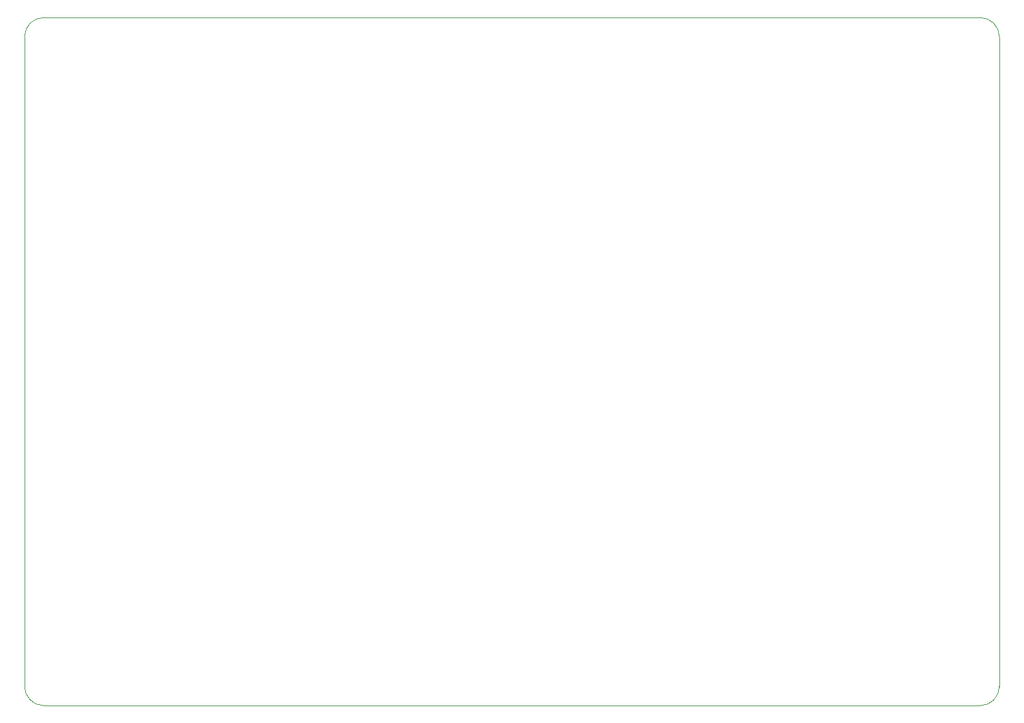
<source format=gbr>
%TF.GenerationSoftware,KiCad,Pcbnew,8.0.3-8.0.3-0~ubuntu22.04.1*%
%TF.CreationDate,2024-08-07T13:08:45+03:00*%
%TF.ProjectId,power_distribution_body,706f7765-725f-4646-9973-747269627574,rev?*%
%TF.SameCoordinates,Original*%
%TF.FileFunction,Profile,NP*%
%FSLAX46Y46*%
G04 Gerber Fmt 4.6, Leading zero omitted, Abs format (unit mm)*
G04 Created by KiCad (PCBNEW 8.0.3-8.0.3-0~ubuntu22.04.1) date 2024-08-07 13:08:45*
%MOMM*%
%LPD*%
G01*
G04 APERTURE LIST*
%TA.AperFunction,Profile*%
%ADD10C,0.050000*%
%TD*%
G04 APERTURE END LIST*
D10*
X86850000Y-137500000D02*
X86850000Y-52500000D01*
X86850000Y-52500000D02*
G75*
G02*
X89350000Y-50000000I2500000J0D01*
G01*
X211850000Y-50000000D02*
G75*
G02*
X214350000Y-52500000I0J-2500000D01*
G01*
X214350000Y-137500000D02*
G75*
G02*
X211850000Y-140000000I-2500000J0D01*
G01*
X89350000Y-140000000D02*
G75*
G02*
X86850000Y-137500000I0J2500000D01*
G01*
X89350000Y-50000000D02*
X211850000Y-50000000D01*
X214350000Y-52500000D02*
X214350000Y-137500000D01*
X211850000Y-140000000D02*
X89350000Y-140000000D01*
M02*

</source>
